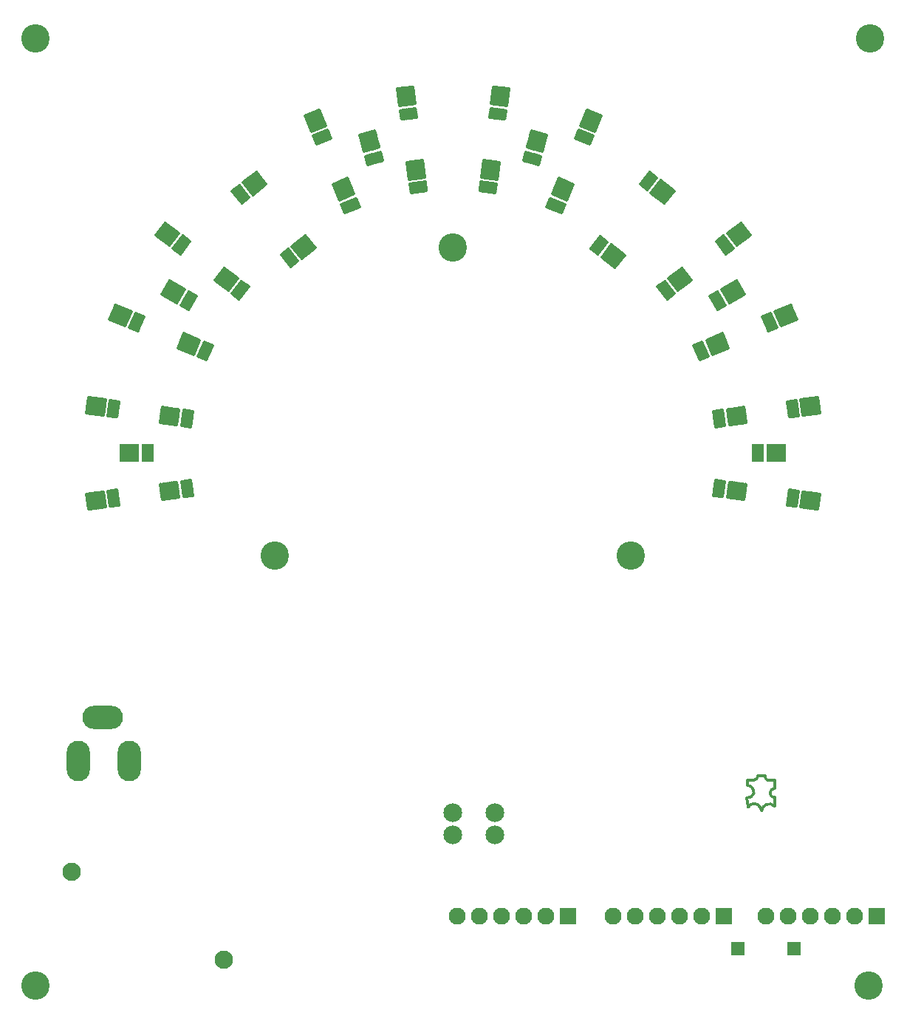
<source format=gbr>
*
*
G04 PADS VX.2.4 Build Number: 11695987 generated Gerber (RS-274-X) file*
G04 PC Version=2.1*
*
%IN "Hdd_Clock.pcb"*%
*
%MOIN*%
*
%FSLAX35Y35*%
*
*
*
*
G04 PC Standard Apertures*
*
*
G04 Thermal Relief Aperture macro.*
%AMTER*
1,1,$1,0,0*
1,0,$1-$2,0,0*
21,0,$3,$4,0,0,45*
21,0,$3,$4,0,0,135*
%
*
*
G04 Annular Aperture macro.*
%AMANN*
1,1,$1,0,0*
1,0,$2,0,0*
%
*
*
G04 Odd Aperture macro.*
%AMODD*
1,1,$1,0,0*
1,0,$1-0.005,0,0*
%
*
*
G04 PC Custom Aperture Macros*
*
*
*
*
*
*
G04 PC Aperture Table*
*
%ADD010C,0.001*%
%ADD017C,0.01*%
%ADD028C,0.01181*%
%ADD056R,0.06496X0.06102*%
%ADD057R,0.07677X0.07677*%
%ADD058C,0.07677*%
%ADD059C,0.08465*%
%ADD060O,0.10433X0.18307*%
%ADD061O,0.18307X0.10433*%
%ADD062C,0.08268*%
%ADD063R,0.08937X0.08268*%
%ADD064R,0.05315X0.08268*%
%ADD065C,0.12795*%
*
*
*
*
G04 PC Circuitry*
G04 Layer Name Hdd_Clock.pcb - circuitry*
%LPD*%
*
*
G04 PC Custom Flashes*
G04 Layer Name Hdd_Clock.pcb - flashes*
%LPD*%
*
*
G04 PC Circuitry*
G04 Layer Name Hdd_Clock.pcb - circuitry*
%LPD*%
*
G54D10*
G54D17*
G01X435973Y334868D02*
X428104Y333832D01*
X428104D02*
X429053Y326627D01*
X436922Y327663*
X435973Y334868*
X429004Y327000D02*
X431886D01*
X428872Y328000D02*
X436877D01*
X428740Y329000D02*
X436746D01*
X428609Y330000D02*
X436614D01*
X428477Y331000D02*
X436482D01*
X428345Y332000D02*
X436351D01*
X428214Y333000D02*
X436219D01*
X429376Y334000D02*
X436087D01*
X428701Y329300D02*
Y333911D01*
X429701Y326712D02*
Y334043D01*
X430701Y326844D02*
Y334174D01*
X431701Y326976D02*
Y334306D01*
X432701Y327107D02*
Y334438D01*
X433701Y327239D02*
Y334569D01*
X434701Y327371D02*
Y334701D01*
X435701Y327502D02*
Y334833D01*
X436701Y327634D02*
Y329342D01*
X437862Y335117D02*
X438811Y327912D01*
X443089Y328475*
X442140Y335680*
X437862Y335117*
X438799Y328000D02*
X439482D01*
X438668Y329000D02*
X443020D01*
X438536Y330000D02*
X442888D01*
X438404Y331000D02*
X442757D01*
X438273Y332000D02*
X442625D01*
X438141Y333000D02*
X442493D01*
X438009Y334000D02*
X442362D01*
X437878Y335000D02*
X442230D01*
X438701Y328749D02*
Y335228D01*
X439701Y328029D02*
Y335359D01*
X440701Y328160D02*
Y335491D01*
X441701Y328292D02*
Y335623D01*
X442701Y328424D02*
Y331424D01*
X496628Y431035D02*
X490331Y435867D01*
X485907Y430101*
X492204Y425269*
X496628Y431035*
X491252Y426000D02*
X492764D01*
X489949Y427000D02*
X493532D01*
X488645Y428000D02*
X494299D01*
X487342Y429000D02*
X495066D01*
X486039Y430000D02*
X495834D01*
X486597Y431000D02*
X496601D01*
X487364Y432000D02*
X495371D01*
X488131Y433000D02*
X494068D01*
X488899Y434000D02*
X492765D01*
X489666Y435000D02*
X491461D01*
X486701Y429492D02*
Y431136D01*
X487701Y428725D02*
Y432439D01*
X488701Y427957D02*
Y433742D01*
X489701Y427190D02*
Y435045D01*
X490701Y426423D02*
Y435584D01*
X491701Y425655D02*
Y434816D01*
X492701Y425917D02*
Y434049D01*
X493701Y427220D02*
Y433282D01*
X494701Y428523D02*
Y432514D01*
X495701Y429827D02*
Y431747D01*
X498140Y429875D02*
X493716Y424109D01*
X497139Y421483*
X501563Y427249*
X498140Y429875*
X496465Y422000D02*
X497536D01*
X495161Y423000D02*
X498303D01*
X493858Y424000D02*
X499071D01*
X494399Y425000D02*
X499838D01*
X495166Y426000D02*
X500605D01*
X495934Y427000D02*
X501373D01*
X496701Y428000D02*
X500584D01*
X497468Y429000D02*
X499281D01*
X494701Y423354D02*
Y425393D01*
X495701Y422586D02*
Y426697D01*
X496701Y421819D02*
Y428000D01*
X497701Y422215D02*
Y429303D01*
X498701Y423518D02*
Y429445D01*
X499701Y424821D02*
Y428678D01*
X500701Y426125D02*
Y427910D01*
X549167Y468979D02*
X546129Y476312D01*
X546129D02*
X539415Y473530D01*
X542452Y466197*
X549167Y468979*
X542120Y467000D02*
X544390D01*
X541706Y468000D02*
X546804D01*
X541292Y469000D02*
X549158D01*
X540877Y470000D02*
X548744D01*
X540463Y471000D02*
X548330D01*
X540049Y472000D02*
X547915D01*
X539635Y473000D02*
X547501D01*
X540549Y474000D02*
X547087D01*
X542963Y475000D02*
X546673D01*
X545377Y476000D02*
X546259D01*
X539701Y472840D02*
Y473649D01*
X540701Y470426D02*
Y474063D01*
X541701Y468012D02*
Y474477D01*
X542701Y466300D02*
Y474891D01*
X543701Y466715D02*
Y475305D01*
X544701Y467129D02*
Y475720D01*
X545701Y467543D02*
Y476134D01*
X546701Y467957D02*
Y474932D01*
X547701Y468371D02*
Y472518D01*
X548701Y468786D02*
Y470104D01*
X549896Y467218D02*
X543182Y464437D01*
X544833Y460450*
X551547Y463232*
X549896Y467218*
X544605Y461000D02*
X546160D01*
X544191Y462000D02*
X548574D01*
X543777Y463000D02*
X550988D01*
X543363Y464000D02*
X551229D01*
X544541Y465000D02*
X550815D01*
X546955Y466000D02*
X550401D01*
X549369Y467000D02*
X549986D01*
X543701Y463183D02*
Y464652D01*
X544701Y460769D02*
Y465066D01*
X545701Y460810D02*
Y465480D01*
X546701Y461224D02*
Y465895D01*
X547701Y461638D02*
Y466309D01*
X548701Y462053D02*
Y466723D01*
X549701Y462467D02*
Y467137D01*
X550701Y462881D02*
Y465275D01*
X580969Y476518D02*
X579933Y484387D01*
X572727Y483438*
X573763Y475569*
X580969Y476518*
X573707Y476000D02*
X577035D01*
X573575Y477000D02*
X580905D01*
X573443Y478000D02*
X580774D01*
X573312Y479000D02*
X580642D01*
X573180Y480000D02*
X580510D01*
X573048Y481000D02*
X580379D01*
X572917Y482000D02*
X580247D01*
X572785Y483000D02*
X580115D01*
X576993Y484000D02*
X579984D01*
X573701Y476044D02*
Y483567D01*
X574701Y475693D02*
Y483698D01*
X575701Y475824D02*
Y483830D01*
X576701Y475956D02*
Y483961D01*
X577701Y476088D02*
Y484093D01*
X578701Y476219D02*
Y484225D01*
X579701Y476351D02*
Y484356D01*
X580701Y476483D02*
Y478553D01*
X581217Y474629D02*
X574012Y473680D01*
X574575Y469402*
X581781Y470351*
X581217Y474629*
X574496Y470000D02*
X579118D01*
X574365Y471000D02*
X581695D01*
X574233Y472000D02*
X581564D01*
X574101Y473000D02*
X581432D01*
X576442Y474000D02*
X581300D01*
X574701Y469419D02*
Y473771D01*
X575701Y469550D02*
Y473902D01*
X576701Y469682D02*
Y474034D01*
X577701Y469813D02*
Y474166D01*
X578701Y469945D02*
Y474297D01*
X579701Y470077D02*
Y474429D01*
X580701Y470208D02*
Y474561D01*
X581701Y470340D02*
Y470958D01*
X536361Y499896D02*
X533323Y507229D01*
X526609Y504447*
X529646Y497115*
X536361Y499896*
X529279Y498000D02*
X531783D01*
X528865Y499000D02*
X534198D01*
X528451Y500000D02*
X536317D01*
X528037Y501000D02*
X535903D01*
X527622Y502000D02*
X535489D01*
X527208Y503000D02*
X535075D01*
X526794Y504000D02*
X534661D01*
X527943Y505000D02*
X534246D01*
X530357Y506000D02*
X533832D01*
X532771Y507000D02*
X533418D01*
X526701Y504225D02*
Y504486D01*
X527701Y501811D02*
Y504900D01*
X528701Y499397D02*
Y505314D01*
X529701Y497137D02*
Y505728D01*
X530701Y497552D02*
Y506142D01*
X531701Y497966D02*
Y506557D01*
X532701Y498380D02*
Y506971D01*
X533701Y498794D02*
Y506317D01*
X534701Y499208D02*
Y503903D01*
X535701Y499623D02*
Y501489D01*
X537090Y498135D02*
X530375Y495354D01*
X532027Y491368*
X532027D02*
X538741Y494149D01*
X537090Y498135*
X531765Y492000D02*
X533553D01*
X531350Y493000D02*
X535967D01*
X530936Y494000D02*
X538381D01*
X530522Y495000D02*
X538388D01*
X531934Y496000D02*
X537974D01*
X534349Y497000D02*
X537560D01*
X536763Y498000D02*
X537146D01*
X530701Y494568D02*
Y495489D01*
X531701Y492154D02*
Y495903D01*
X532701Y491647D02*
Y496317D01*
X533701Y492061D02*
Y496732D01*
X534701Y492475D02*
Y497146D01*
X535701Y492890D02*
Y497560D01*
X536701Y493304D02*
Y497974D01*
X537701Y493718D02*
Y496660D01*
X538701Y494132D02*
Y494246D01*
X576601Y509696D02*
X575565Y517565D01*
X568359Y516617*
X569395Y508747*
X576601Y509696*
X569362Y509000D02*
X571313D01*
X569230Y510000D02*
X576561D01*
X569099Y511000D02*
X576429D01*
X568967Y512000D02*
X576297D01*
X568835Y513000D02*
X576166D01*
X568704Y514000D02*
X576034D01*
X568572Y515000D02*
X575902D01*
X568440Y516000D02*
X575771D01*
X571271Y517000D02*
X575639D01*
X568701Y514022D02*
Y516662D01*
X569701Y508788D02*
Y516793D01*
X570701Y508919D02*
Y516925D01*
X571701Y509051D02*
Y517057D01*
X572701Y509183D02*
Y517188D01*
X573701Y509314D02*
Y517320D01*
X574701Y509446D02*
Y517451D01*
X575701Y509578D02*
Y516532D01*
X576849Y507807D02*
X569644Y506858D01*
X570207Y502580*
X577413Y503529*
X576849Y507807*
X570152Y503000D02*
X573396D01*
X570020Y504000D02*
X577351D01*
X569889Y505000D02*
X577219D01*
X569757Y506000D02*
X577087D01*
X570720Y507000D02*
X576956D01*
X569701Y506427D02*
Y506866D01*
X570701Y502645D02*
Y506997D01*
X571701Y502777D02*
Y507129D01*
X572701Y502909D02*
Y507261D01*
X573701Y503040D02*
Y507392D01*
X574701Y503172D02*
Y507524D01*
X575701Y503303D02*
Y507656D01*
X576701Y503435D02*
Y507787D01*
X560490Y489953D02*
X558436Y497619D01*
X551416Y495738*
X553470Y488072*
X560490Y489953*
X553221Y489000D02*
X556935D01*
X552953Y490000D02*
X560477D01*
X552685Y491000D02*
X560209D01*
X552417Y492000D02*
X559942D01*
X552149Y493000D02*
X559674D01*
X551882Y494000D02*
X559406D01*
X551614Y495000D02*
X559138D01*
X552393Y496000D02*
X558870D01*
X556125Y497000D02*
X558602D01*
X551701Y494674D02*
Y495814D01*
X552701Y490942D02*
Y496082D01*
X553701Y488133D02*
Y496350D01*
X554701Y488401D02*
Y496618D01*
X555701Y488669D02*
Y496886D01*
X556701Y488937D02*
Y497154D01*
X557701Y489205D02*
Y497422D01*
X558701Y489473D02*
Y496630D01*
X559701Y489741D02*
Y492898D01*
X560983Y488112D02*
X553963Y486231D01*
X555080Y482063*
X562100Y483944*
X560983Y488112*
X554829Y483000D02*
X558577D01*
X554561Y484000D02*
X562085D01*
X554293Y485000D02*
X561817D01*
X554025Y486000D02*
X561549D01*
X556833Y487000D02*
X561281D01*
X560565Y488000D02*
X561013D01*
X554701Y483478D02*
Y486429D01*
X555701Y482229D02*
Y486697D01*
X556701Y482497D02*
Y486965D01*
X557701Y482765D02*
Y487232D01*
X558701Y483033D02*
Y487500D01*
X559701Y483301D02*
Y487768D01*
X560701Y483569D02*
Y488036D01*
X561701Y483837D02*
Y485434D01*
X613638Y475569D02*
X614674Y483438D01*
X607469Y484387*
X606433Y476518*
X613638Y475569*
X610366Y476000D02*
X613695D01*
X606496Y477000D02*
X613827D01*
X606628Y478000D02*
X613958D01*
X606760Y479000D02*
X614090D01*
X606891Y480000D02*
X614222D01*
X607023Y481000D02*
X614353D01*
X607155Y482000D02*
X614485D01*
X607286Y483000D02*
X614617D01*
X607418Y484000D02*
X610408D01*
X606701Y476483D02*
Y478553D01*
X607701Y476351D02*
Y484356D01*
X608701Y476219D02*
Y484225D01*
X609701Y476088D02*
Y484093D01*
X610701Y475956D02*
Y483961D01*
X611701Y475824D02*
Y483830D01*
X612701Y475693D02*
Y483698D01*
X613701Y476043D02*
Y483567D01*
X613390Y473680D02*
X606184Y474629D01*
X605621Y470351*
X612826Y469402*
X613390Y473680*
X608284Y470000D02*
X612905D01*
X605706Y471000D02*
X613037D01*
X605838Y472000D02*
X613168D01*
X605970Y473000D02*
X613300D01*
X606101Y474000D02*
X610959D01*
X605701Y470340D02*
Y470958D01*
X606701Y470208D02*
Y474561D01*
X607701Y470077D02*
Y474429D01*
X608701Y469945D02*
Y474297D01*
X609701Y469813D02*
Y474166D01*
X610701Y469682D02*
Y474034D01*
X611701Y469550D02*
Y473902D01*
X612701Y469419D02*
Y473771D01*
X644949Y466197D02*
X647987Y473530D01*
X641272Y476312*
X641272D02*
X638235Y468979D01*
X644949Y466197*
X643012Y467000D02*
X645282D01*
X640597Y468000D02*
X645696D01*
X638244Y469000D02*
X646110D01*
X638658Y470000D02*
X646524D01*
X639072Y471000D02*
X646938D01*
X639486Y472000D02*
X647353D01*
X639900Y473000D02*
X647767D01*
X640315Y474000D02*
X646853D01*
X640729Y475000D02*
X644438D01*
X641143Y476000D02*
X642024D01*
X638701Y468786D02*
Y470104D01*
X639701Y468371D02*
Y472518D01*
X640701Y467957D02*
Y474932D01*
X641701Y467543D02*
Y476134D01*
X642701Y467129D02*
Y475720D01*
X643701Y466715D02*
Y475305D01*
X644701Y466300D02*
Y474891D01*
X645701Y468012D02*
Y474477D01*
X646701Y470426D02*
Y474063D01*
X647701Y472840D02*
Y473649D01*
X644220Y464437D02*
X637506Y467218D01*
X635854Y463232*
X642569Y460450*
X644220Y464437*
X641242Y461000D02*
X642796D01*
X638828Y462000D02*
X643211D01*
X636414Y463000D02*
X643625D01*
X636172Y464000D02*
X644039D01*
X636587Y465000D02*
X642861D01*
X637001Y466000D02*
X640447D01*
X637415Y467000D02*
X638032D01*
X636701Y462881D02*
Y465275D01*
X637701Y462467D02*
Y467137D01*
X638701Y462053D02*
Y466723D01*
X639701Y461638D02*
Y466309D01*
X640701Y461224D02*
Y465895D01*
X641701Y460810D02*
Y465480D01*
X642701Y460769D02*
Y465066D01*
X643701Y463183D02*
Y464652D01*
X618006Y508747D02*
X619042Y516617D01*
X611837Y517565*
X610801Y509696*
X618006Y508747*
X616088Y509000D02*
X618040D01*
X610841Y510000D02*
X618171D01*
X610972Y511000D02*
X618303D01*
X611104Y512000D02*
X618435D01*
X611236Y513000D02*
X618566D01*
X611367Y514000D02*
X618698D01*
X611499Y515000D02*
X618830D01*
X611631Y516000D02*
X618961D01*
X611762Y517000D02*
X616130D01*
X611701Y509578D02*
Y516532D01*
X612701Y509446D02*
Y517451D01*
X613701Y509314D02*
Y517320D01*
X614701Y509183D02*
Y517188D01*
X615701Y509051D02*
Y517057D01*
X616701Y508919D02*
Y516925D01*
X617701Y508788D02*
Y516793D01*
X618701Y514022D02*
Y516662D01*
X617758Y506858D02*
X610552Y507807D01*
X609989Y503529*
X617194Y502580*
X617758Y506858*
X614006Y503000D02*
X617250D01*
X610051Y504000D02*
X617381D01*
X610183Y505000D02*
X617513D01*
X610314Y506000D02*
X617645D01*
X610446Y507000D02*
X616681D01*
X610701Y503435D02*
Y507787D01*
X611701Y503303D02*
Y507656D01*
X612701Y503172D02*
Y507524D01*
X613701Y503040D02*
Y507392D01*
X614701Y502909D02*
Y507261D01*
X615701Y502777D02*
Y507129D01*
X616701Y502645D02*
Y506997D01*
X617701Y506427D02*
Y506866D01*
X657756Y497115D02*
X660793Y504447D01*
X654078Y507229*
X651041Y499896*
X657756Y497115*
X655618Y498000D02*
X658122D01*
X653204Y499000D02*
X658536D01*
X651084Y500000D02*
X658951D01*
X651498Y501000D02*
X659365D01*
X651913Y502000D02*
X659779D01*
X652327Y503000D02*
X660193D01*
X652741Y504000D02*
X660608D01*
X653155Y505000D02*
X659459D01*
X653569Y506000D02*
X657045D01*
X653984Y507000D02*
X654631D01*
X651701Y499623D02*
Y501489D01*
X652701Y499208D02*
Y503903D01*
X653701Y498794D02*
Y506317D01*
X654701Y498380D02*
Y506971D01*
X655701Y497966D02*
Y506557D01*
X656701Y497552D02*
Y506142D01*
X657701Y497137D02*
Y505728D01*
X658701Y499397D02*
Y505314D01*
X659701Y501811D02*
Y504900D01*
X660701Y504225D02*
Y504486D01*
X657026Y495354D02*
X650312Y498135D01*
X648661Y494149*
X655375Y491368*
X657026Y495354*
X653848Y492000D02*
X655637D01*
X651434Y493000D02*
X656051D01*
X649020Y494000D02*
X656465D01*
X649013Y495000D02*
X656880D01*
X649427Y496000D02*
X655467D01*
X649842Y497000D02*
X653053D01*
X650256Y498000D02*
X650639D01*
X648701Y494132D02*
Y494246D01*
X649701Y493718D02*
Y496660D01*
X650701Y493304D02*
Y497974D01*
X651701Y492890D02*
Y497560D01*
X652701Y492475D02*
Y497146D01*
X653701Y492061D02*
Y496732D01*
X654701Y491647D02*
Y496317D01*
X655701Y492154D02*
Y495903D01*
X656701Y494568D02*
Y495489D01*
X436922Y376274D02*
X429053Y377310D01*
X428104Y370105*
X435973Y369069*
X436922Y376274*
X428898Y370000D02*
X436096D01*
X428222Y371000D02*
X436227D01*
X428354Y372000D02*
X436359D01*
X428485Y373000D02*
X436491D01*
X428617Y374000D02*
X436622D01*
X428749Y375000D02*
X436754D01*
X428880Y376000D02*
X436886D01*
X429012Y377000D02*
X431408D01*
X428701Y370026D02*
Y374637D01*
X429701Y369894D02*
Y377225D01*
X430701Y369763D02*
Y377093D01*
X431701Y369631D02*
Y376961D01*
X432701Y369499D02*
Y376830D01*
X433701Y369368D02*
Y376698D01*
X434701Y369236D02*
Y376566D01*
X435701Y369104D02*
Y376435D01*
X436701Y374595D02*
Y376303D01*
X438811Y376025D02*
X437862Y368820D01*
X442140Y368257*
X443089Y375462*
X438811Y376025*
X437886Y369000D02*
X442238D01*
X438018Y370000D02*
X442370D01*
X438149Y371000D02*
X442502D01*
X438281Y372000D02*
X442633D01*
X438413Y373000D02*
X442765D01*
X438544Y374000D02*
X442897D01*
X438676Y375000D02*
X443028D01*
X438808Y376000D02*
X439003D01*
X438701Y368709D02*
Y375188D01*
X439701Y368578D02*
Y375908D01*
X440701Y368446D02*
Y375777D01*
X441701Y368314D02*
Y375645D01*
X442701Y372513D02*
Y375513D01*
X633932Y488072D02*
X635986Y495738D01*
X628966Y497619*
X626911Y489953*
X633932Y488072*
X630467Y489000D02*
X634180D01*
X626924Y490000D02*
X634448D01*
X627192Y491000D02*
X634716D01*
X627460Y492000D02*
X634984D01*
X627728Y493000D02*
X635252D01*
X627996Y494000D02*
X635520D01*
X628264Y495000D02*
X635788D01*
X628532Y496000D02*
X635008D01*
X628800Y497000D02*
X631276D01*
X627701Y489741D02*
Y492898D01*
X628701Y489473D02*
Y496630D01*
X629701Y489205D02*
Y497422D01*
X630701Y488937D02*
Y497154D01*
X631701Y488669D02*
Y496886D01*
X632701Y488401D02*
Y496618D01*
X633701Y488133D02*
Y496350D01*
X634701Y490942D02*
Y496082D01*
X635701Y494674D02*
Y495814D01*
X633438Y486231D02*
X626418Y488112D01*
X625301Y483944*
X632322Y482063*
X633438Y486231*
X628825Y483000D02*
X632573D01*
X625316Y484000D02*
X632841D01*
X625584Y485000D02*
X633109D01*
X625852Y486000D02*
X633376D01*
X626120Y487000D02*
X630568D01*
X626388Y488000D02*
X626836D01*
X625701Y483837D02*
Y485434D01*
X626701Y483569D02*
Y488036D01*
X627701Y483301D02*
Y487768D01*
X628701Y483033D02*
Y487500D01*
X629701Y482765D02*
Y487232D01*
X630701Y482497D02*
Y486965D01*
X631701Y482229D02*
Y486697D01*
X632701Y483478D02*
Y486429D01*
X695198Y425269D02*
X701495Y430101D01*
X697070Y435867*
X690773Y431035*
X695198Y425269*
X694637Y426000D02*
X696150D01*
X693870Y427000D02*
X697453D01*
X693102Y428000D02*
X698756D01*
X692335Y429000D02*
X700059D01*
X691568Y430000D02*
X701363D01*
X690800Y431000D02*
X700805D01*
X692031Y432000D02*
X700038D01*
X693334Y433000D02*
X699270D01*
X694637Y434000D02*
X698503D01*
X695940Y435000D02*
X697736D01*
X691701Y429827D02*
Y431747D01*
X692701Y428523D02*
Y432514D01*
X693701Y427220D02*
Y433282D01*
X694701Y425917D02*
Y434049D01*
X695701Y425655D02*
Y434816D01*
X696701Y426423D02*
Y435584D01*
X697701Y427190D02*
Y435045D01*
X698701Y427957D02*
Y433742D01*
X699701Y428725D02*
Y432439D01*
X700701Y429492D02*
Y431136D01*
X693686Y424109D02*
X689262Y429875D01*
X685838Y427249*
X690263Y421483*
X693686Y424109*
X689866Y422000D02*
X690937D01*
X689098Y423000D02*
X692240D01*
X688331Y424000D02*
X693543D01*
X687564Y425000D02*
X693003D01*
X686796Y426000D02*
X692235D01*
X686029Y427000D02*
X691468D01*
X686818Y428000D02*
X690701D01*
X688121Y429000D02*
X689933D01*
X686701Y426125D02*
Y427910D01*
X687701Y424821D02*
Y428678D01*
X688701Y423518D02*
Y429445D01*
X689701Y422215D02*
Y429303D01*
X690701Y421819D02*
Y428000D01*
X691701Y422586D02*
Y426697D01*
X692701Y423354D02*
Y425393D01*
X710711Y396502D02*
X718044Y399540D01*
X715263Y406254*
X707930Y403217*
X710711Y396502*
X710505Y397000D02*
X711912D01*
X710091Y398000D02*
X714326D01*
X709676Y399000D02*
X716741D01*
X709262Y400000D02*
X717853D01*
X708848Y401000D02*
X717439D01*
X708434Y402000D02*
X717025D01*
X708020Y403000D02*
X716611D01*
X709820Y404000D02*
X716196D01*
X712234Y405000D02*
X715782D01*
X714649Y406000D02*
X715368D01*
X708701Y401355D02*
Y403536D01*
X709701Y398941D02*
Y403951D01*
X710701Y396527D02*
Y404365D01*
X711701Y396912D02*
Y404779D01*
X712701Y397327D02*
Y405193D01*
X713701Y397741D02*
Y405607D01*
X714701Y398155D02*
Y406022D01*
X715701Y398569D02*
Y405196D01*
X716701Y398984D02*
Y402782D01*
X717701Y399398D02*
Y400368D01*
X708950Y395773D02*
X706169Y402488D01*
X702183Y400836*
X704964Y394122*
X708950Y395773*
X704600Y395000D02*
X707084D01*
X704186Y396000D02*
X708857D01*
X703772Y397000D02*
X708442D01*
X703358Y398000D02*
X708028D01*
X702943Y399000D02*
X707614D01*
X702529Y400000D02*
X707200D01*
X702578Y401000D02*
X706785D01*
X704992Y402000D02*
X706371D01*
X702701Y399586D02*
Y401051D01*
X703701Y397172D02*
Y401465D01*
X704701Y394757D02*
Y401879D01*
X705701Y394427D02*
Y402294D01*
X706701Y394841D02*
Y401204D01*
X707701Y395256D02*
Y398790D01*
X708701Y395670D02*
Y396376D01*
X718388Y419760D02*
X725261Y423729D01*
X721627Y430023*
X714754Y426054*
X718388Y419760*
X718249Y420000D02*
X718803D01*
X717672Y421000D02*
X720535D01*
X717095Y422000D02*
X722267D01*
X716517Y423000D02*
X723999D01*
X715940Y424000D02*
X725105D01*
X715363Y425000D02*
X724527D01*
X714785Y426000D02*
X723950D01*
X716391Y427000D02*
X723373D01*
X718123Y428000D02*
X722795D01*
X719856Y429000D02*
X722218D01*
X721588Y430000D02*
X721641D01*
X715701Y424414D02*
Y426601D01*
X716701Y422682D02*
Y427179D01*
X717701Y420950D02*
Y427756D01*
X718701Y419941D02*
Y428333D01*
X719701Y420519D02*
Y428911D01*
X720701Y421096D02*
Y429488D01*
X721701Y421673D02*
Y429896D01*
X722701Y422251D02*
Y428164D01*
X723701Y422828D02*
Y426432D01*
X724701Y423405D02*
Y424700D01*
X716737Y418808D02*
X713104Y425102D01*
X709367Y422944*
X713001Y416650*
X716737Y418808*
X712799Y417000D02*
X713606D01*
X712221Y418000D02*
X715338D01*
X711644Y419000D02*
X716626D01*
X711067Y420000D02*
X716049D01*
X710489Y421000D02*
X715472D01*
X709912Y422000D02*
X714894D01*
X709463Y423000D02*
X714317D01*
X711195Y424000D02*
X713740D01*
X712927Y425000D02*
X713162D01*
X709701Y422366D02*
Y423137D01*
X710701Y420634D02*
Y423715D01*
X711701Y418901D02*
Y424292D01*
X712701Y417169D02*
Y424869D01*
X713701Y417055D02*
Y424067D01*
X714701Y417632D02*
Y422335D01*
X715701Y418209D02*
Y420603D01*
X716701Y418787D02*
Y418871D01*
X721747Y445641D02*
X728044Y450473D01*
X723619Y456239*
X717323Y451407*
X721747Y445641*
X721472Y446000D02*
X722214D01*
X720704Y447000D02*
X723517D01*
X719937Y448000D02*
X724821D01*
X719170Y449000D02*
X726124D01*
X718402Y450000D02*
X727427D01*
X717635Y451000D02*
X727639D01*
X718095Y452000D02*
X726872D01*
X719398Y453000D02*
X726105D01*
X720702Y454000D02*
X725337D01*
X722005Y455000D02*
X724570D01*
X723308Y456000D02*
X723803D01*
X717701Y450914D02*
Y451697D01*
X718701Y449611D02*
Y452465D01*
X719701Y448308D02*
Y453232D01*
X720701Y447005D02*
Y453999D01*
X721701Y445701D02*
Y454767D01*
X722701Y446373D02*
Y455534D01*
X723701Y447141D02*
Y456133D01*
X724701Y447908D02*
Y454830D01*
X725701Y448675D02*
Y453527D01*
X726701Y449443D02*
Y452223D01*
X727701Y450210D02*
Y450920D01*
X720235Y444481D02*
X715811Y450247D01*
X712388Y447620*
X716812Y441855*
X720235Y444481*
X716700Y442000D02*
X717001D01*
X715933Y443000D02*
X718305D01*
X715166Y444000D02*
X719608D01*
X714398Y445000D02*
X719837D01*
X713631Y446000D02*
X719070D01*
X712864Y447000D02*
X718303D01*
X712882Y448000D02*
X717535D01*
X714185Y449000D02*
X716768D01*
X715489Y450000D02*
X716001D01*
X712701Y447212D02*
Y447861D01*
X713701Y445909D02*
Y448628D01*
X714701Y444606D02*
Y449395D01*
X715701Y443303D02*
Y450163D01*
X716701Y441999D02*
Y449087D01*
X717701Y442537D02*
Y447784D01*
X718701Y443304D02*
Y446481D01*
X719701Y444071D02*
Y445178D01*
X741628Y409309D02*
X748961Y412346D01*
X746180Y419061*
X738847Y416023*
X741628Y409309*
X741342Y410000D02*
X743297D01*
X740928Y411000D02*
X745711D01*
X740513Y412000D02*
X748125D01*
X740099Y413000D02*
X748690D01*
X739685Y414000D02*
X748276D01*
X739271Y415000D02*
X747862D01*
X738857Y416000D02*
X747448D01*
X741205Y417000D02*
X747033D01*
X743619Y418000D02*
X746619D01*
X746033Y419000D02*
X746205D01*
X739701Y413962D02*
Y416377D01*
X740701Y411548D02*
Y416791D01*
X741701Y409339D02*
Y417205D01*
X742701Y409753D02*
Y417620D01*
X743701Y410167D02*
Y418034D01*
X744701Y410581D02*
Y418448D01*
X745701Y410996D02*
Y418862D01*
X746701Y411410D02*
Y417803D01*
X747701Y411824D02*
Y415389D01*
X748701Y412238D02*
Y412974D01*
X739868Y408580D02*
X737086Y415294D01*
X733100Y413643*
X735881Y406928*
X739868Y408580*
X735851Y407000D02*
X736054D01*
X735437Y408000D02*
X738468D01*
X735023Y409000D02*
X739694D01*
X734609Y410000D02*
X739279D01*
X734195Y411000D02*
X738865D01*
X733780Y412000D02*
X738451D01*
X733366Y413000D02*
X738037D01*
X733962Y414000D02*
X737622D01*
X736377Y415000D02*
X737208D01*
X733701Y412192D02*
Y413892D01*
X734701Y409778D02*
Y414306D01*
X735701Y407364D02*
Y414720D01*
X736701Y407268D02*
Y415134D01*
X737701Y407682D02*
Y413811D01*
X738701Y408096D02*
Y411397D01*
X739701Y408510D02*
Y408982D01*
X718250Y364701D02*
X726119Y365737D01*
X725171Y372942*
X717302Y371906*
X718250Y364701*
X718211Y365000D02*
X720525D01*
X718079Y366000D02*
X726085D01*
X717947Y367000D02*
X725953D01*
X717816Y368000D02*
X725821D01*
X717684Y369000D02*
X725690D01*
X717552Y370000D02*
X725558D01*
X717421Y371000D02*
X725426D01*
X718015Y372000D02*
X725295D01*
X717701Y368873D02*
Y371959D01*
X718701Y364760D02*
Y372090D01*
X719701Y364892D02*
Y372222D01*
X720701Y365023D02*
Y372354D01*
X721701Y365155D02*
Y372485D01*
X722701Y365286D02*
Y372617D01*
X723701Y365418D02*
Y372749D01*
X724701Y365550D02*
Y372880D01*
X725701Y365681D02*
Y368915D01*
X716361Y364452D02*
X715412Y371657D01*
X711134Y371094*
X712083Y363889*
X716361Y364452*
X712068Y364000D02*
X712929D01*
X711937Y365000D02*
X716289D01*
X711805Y366000D02*
X716157D01*
X711673Y367000D02*
X716025D01*
X711542Y368000D02*
X715894D01*
X711410Y369000D02*
X715762D01*
X711278Y370000D02*
X715631D01*
X711147Y371000D02*
X715499D01*
X711701Y366791D02*
Y371169D01*
X712701Y363970D02*
Y371300D01*
X713701Y364102D02*
Y371432D01*
X714701Y364233D02*
Y371564D01*
X715701Y364365D02*
Y369466D01*
X717302Y332031D02*
X725171Y330995D01*
X726119Y338200*
X718250Y339236*
X717302Y332031*
X725132Y331000D02*
X725171D01*
X717537Y332000D02*
X725303D01*
X717429Y333000D02*
X725435D01*
X717561Y334000D02*
X725566D01*
X717692Y335000D02*
X725698D01*
X717824Y336000D02*
X725830D01*
X717956Y337000D02*
X725961D01*
X718087Y338000D02*
X726093D01*
X718219Y339000D02*
X720046D01*
X717701Y331978D02*
Y335064D01*
X718701Y331847D02*
Y339177D01*
X719701Y331715D02*
Y339045D01*
X720701Y331583D02*
Y338914D01*
X721701Y331452D02*
Y338782D01*
X722701Y331320D02*
Y338651D01*
X723701Y331188D02*
Y338519D01*
X724701Y331057D02*
Y338387D01*
X725701Y335022D02*
Y338256D01*
X715412Y332280D02*
X716361Y339485D01*
X712083Y340048*
X711134Y332843*
X715412Y332280*
X711155Y333000D02*
X715507D01*
X711287Y334000D02*
X715639D01*
X711418Y335000D02*
X715770D01*
X711550Y336000D02*
X715902D01*
X711682Y337000D02*
X716034D01*
X711813Y338000D02*
X716165D01*
X711945Y339000D02*
X716297D01*
X712077Y340000D02*
X712451D01*
X711701Y332768D02*
Y337146D01*
X712701Y332637D02*
Y339967D01*
X713701Y332505D02*
Y339835D01*
X714701Y332373D02*
Y339704D01*
X715701Y334471D02*
Y339572D01*
X751428Y369069D02*
X759298Y370105D01*
X758349Y377310*
X750480Y376274*
X751428Y369069*
X751306Y370000D02*
X758504D01*
X751174Y371000D02*
X759180D01*
X751042Y372000D02*
X759048D01*
X750911Y373000D02*
X758916D01*
X750779Y374000D02*
X758785D01*
X750648Y375000D02*
X758653D01*
X750516Y376000D02*
X758521D01*
X755994Y377000D02*
X758390D01*
X750701Y374595D02*
Y376303D01*
X751701Y369104D02*
Y376435D01*
X752701Y369236D02*
Y376566D01*
X753701Y369368D02*
Y376698D01*
X754701Y369499D02*
Y376830D01*
X755701Y369631D02*
Y376961D01*
X756701Y369763D02*
Y377093D01*
X757701Y369894D02*
Y377225D01*
X758701Y370026D02*
Y374637D01*
X749539Y368820D02*
X748591Y376025D01*
X744313Y375462*
X745261Y368257*
X749539Y368820*
X745163Y369000D02*
X749515D01*
X745032Y370000D02*
X749384D01*
X744900Y371000D02*
X749252D01*
X744768Y372000D02*
X749121D01*
X744637Y373000D02*
X748989D01*
X744505Y374000D02*
X748857D01*
X744373Y375000D02*
X748726D01*
X748398Y376000D02*
X748594D01*
X744701Y372513D02*
Y375513D01*
X745701Y368314D02*
Y375645D01*
X746701Y368446D02*
Y375777D01*
X747701Y368578D02*
Y375908D01*
X748701Y368709D02*
Y375188D01*
X469151Y339236D02*
X461282Y338200D01*
X461282D02*
X462231Y330995D01*
X470100Y332031*
X469151Y339236*
X462230Y331000D02*
X462269D01*
X462099Y332000D02*
X469865D01*
X461967Y333000D02*
X469972D01*
X461835Y334000D02*
X469841D01*
X461704Y335000D02*
X469709D01*
X461572Y336000D02*
X469578D01*
X461440Y337000D02*
X469446D01*
X461309Y338000D02*
X469314D01*
X467355Y339000D02*
X469183D01*
X461701Y335022D02*
Y338256D01*
X462701Y331057D02*
Y338387D01*
X463701Y331188D02*
Y338519D01*
X464701Y331320D02*
Y338651D01*
X465701Y331452D02*
Y338782D01*
X466701Y331583D02*
Y338914D01*
X467701Y331715D02*
Y339046D01*
X468701Y331847D02*
Y339177D01*
X469701Y331978D02*
Y335064D01*
X471041Y339485D02*
X471989Y332280D01*
X476267Y332843*
X475319Y340048*
X471041Y339485*
X471894Y333000D02*
X476247D01*
X471763Y334000D02*
X476115D01*
X471631Y335000D02*
X475983D01*
X471499Y336000D02*
X475852D01*
X471368Y337000D02*
X475720D01*
X471236Y338000D02*
X475588D01*
X471105Y339000D02*
X475457D01*
X474951Y340000D02*
X475325D01*
X471701Y334471D02*
Y339572D01*
X472701Y332373D02*
Y339704D01*
X473701Y332505D02*
Y339835D01*
X474701Y332637D02*
Y339967D01*
X475701Y332768D02*
Y337146D01*
X750480Y327663D02*
X758349Y326627D01*
X759298Y333832*
X759298D02*
X751428Y334868D01*
X750480Y327663*
X755515Y327000D02*
X758398D01*
X750524Y328000D02*
X758530D01*
X750656Y329000D02*
X758661D01*
X750787Y330000D02*
X758793D01*
X750919Y331000D02*
X758925D01*
X751051Y332000D02*
X759056D01*
X751182Y333000D02*
X759188D01*
X751314Y334000D02*
X758025D01*
X750701Y327634D02*
Y329342D01*
X751701Y327502D02*
Y334833D01*
X752701Y327371D02*
Y334701D01*
X753701Y327239D02*
Y334569D01*
X754701Y327107D02*
Y334438D01*
X755701Y326976D02*
Y334306D01*
X756701Y326844D02*
Y334174D01*
X757701Y326712D02*
Y334043D01*
X758701Y329300D02*
Y333911D01*
X748591Y327912D02*
X749539Y335117D01*
X745261Y335680*
X744313Y328475*
X748591Y327912*
X747920Y328000D02*
X748602D01*
X744382Y329000D02*
X748734D01*
X744513Y330000D02*
X748866D01*
X744645Y331000D02*
X748997D01*
X744777Y332000D02*
X749129D01*
X744908Y333000D02*
X749260D01*
X745040Y334000D02*
X749392D01*
X745172Y335000D02*
X749524D01*
X744701Y328424D02*
Y331424D01*
X745701Y328292D02*
Y335623D01*
X746701Y328160D02*
Y335491D01*
X747701Y328029D02*
Y335359D01*
X748701Y328749D02*
Y335228D01*
X525264Y439779D02*
X531561Y444611D01*
X527137Y450377*
X520840Y445545*
X525264Y439779*
X525095Y440000D02*
X525551D01*
X524328Y441000D02*
X526855D01*
X523560Y442000D02*
X528158D01*
X522793Y443000D02*
X529461D01*
X522026Y444000D02*
X530764D01*
X521258Y445000D02*
X531263D01*
X521432Y446000D02*
X530495D01*
X522735Y447000D02*
X529728D01*
X524039Y448000D02*
X528961D01*
X525342Y449000D02*
X528193D01*
X526645Y450000D02*
X527426D01*
X521701Y444423D02*
Y446206D01*
X522701Y443120D02*
Y446973D01*
X523701Y441817D02*
Y447741D01*
X524701Y440514D02*
Y448508D01*
X525701Y440115D02*
Y449275D01*
X526701Y440882D02*
Y450043D01*
X527701Y441649D02*
Y449642D01*
X528701Y442417D02*
Y448339D01*
X529701Y443184D02*
Y447035D01*
X530701Y443951D02*
Y445732D01*
X523752Y438619D02*
X519328Y444385D01*
X515905Y441759*
X520329Y435993*
X523752Y438619*
X520323Y436000D02*
X520339D01*
X519556Y437000D02*
X521642D01*
X518789Y438000D02*
X522945D01*
X518021Y439000D02*
X523460D01*
X517254Y440000D02*
X522693D01*
X516487Y441000D02*
X521926D01*
X516219Y442000D02*
X521158D01*
X517523Y443000D02*
X520391D01*
X518826Y444000D02*
X519624D01*
X516701Y440721D02*
Y442369D01*
X517701Y439418D02*
Y443137D01*
X518701Y438115D02*
Y443904D01*
X519701Y436811D02*
Y443900D01*
X520701Y436278D02*
Y442596D01*
X521701Y437045D02*
Y441293D01*
X522701Y437813D02*
Y439990D01*
X523701Y438580D02*
Y438687D01*
X503214Y468515D02*
X509511Y473347D01*
X505087Y479113*
X498790Y474281*
X503214Y468515*
X502842Y469000D02*
X503846D01*
X502075Y470000D02*
X505150D01*
X501308Y471000D02*
X506453D01*
X500540Y472000D02*
X507756D01*
X499773Y473000D02*
X509059D01*
X499006Y474000D02*
X509010D01*
X499727Y475000D02*
X508243D01*
X501030Y476000D02*
X507475D01*
X502334Y477000D02*
X506708D01*
X503637Y478000D02*
X505941D01*
X504940Y479000D02*
X505173D01*
X499701Y473094D02*
Y474980D01*
X500701Y471791D02*
Y475747D01*
X501701Y470488D02*
Y476514D01*
X502701Y469184D02*
Y477282D01*
X503701Y468888D02*
Y478049D01*
X504701Y469656D02*
Y478816D01*
X505701Y470423D02*
Y478313D01*
X506701Y471190D02*
Y477010D01*
X507701Y471958D02*
Y475706D01*
X508701Y472725D02*
Y474403D01*
X501703Y467355D02*
X497278Y473121D01*
X493855Y470494*
X498279Y464728*
X501703Y467355*
X498071Y465000D02*
X498633D01*
X497304Y466000D02*
X499937D01*
X496536Y467000D02*
X501240D01*
X495769Y468000D02*
X501208D01*
X495002Y469000D02*
X500441D01*
X494234Y470000D02*
X499673D01*
X494514Y471000D02*
X498906D01*
X495817Y472000D02*
X498139D01*
X497121Y473000D02*
X497371D01*
X494701Y469392D02*
Y471143D01*
X495701Y468089D02*
Y471910D01*
X496701Y466786D02*
Y472678D01*
X497701Y465482D02*
Y472570D01*
X498701Y465052D02*
Y471267D01*
X499701Y465819D02*
Y469964D01*
X500701Y466586D02*
Y468661D01*
X501701Y467354D02*
Y467358D01*
X660567Y440488D02*
X666864Y435656D01*
X671288Y441422*
X664992Y446254*
X660567Y440488*
X666416Y436000D02*
X667128D01*
X665113Y437000D02*
X667895D01*
X663810Y438000D02*
X668662D01*
X662507Y439000D02*
X669430D01*
X661203Y440000D02*
X670197D01*
X660960Y441000D02*
X670964D01*
X661727Y442000D02*
X670535D01*
X662495Y443000D02*
X669232D01*
X663262Y444000D02*
X667929D01*
X664029Y445000D02*
X666626D01*
X664797Y446000D02*
X665323D01*
X660701Y440386D02*
Y440662D01*
X661701Y439618D02*
Y441965D01*
X662701Y438851D02*
Y443269D01*
X663701Y438084D02*
Y444572D01*
X664701Y437316D02*
Y445875D01*
X665701Y436549D02*
Y445710D01*
X666701Y435782D02*
Y444942D01*
X667701Y436747D02*
Y444175D01*
X668701Y438050D02*
Y443408D01*
X669701Y439353D02*
Y442640D01*
X670701Y440656D02*
Y441873D01*
X659056Y441648D02*
X663480Y447414D01*
X660057Y450041*
X655632Y444275*
X659056Y441648*
X658597Y442000D02*
X659326D01*
X657294Y443000D02*
X660093D01*
X655990Y444000D02*
X660860D01*
X656189Y445000D02*
X661628D01*
X656956Y446000D02*
X662395D01*
X657723Y447000D02*
X663162D01*
X658491Y448000D02*
X662716D01*
X659258Y449000D02*
X661413D01*
X660025Y450000D02*
X660110D01*
X655701Y444222D02*
Y444364D01*
X656701Y443455D02*
Y445667D01*
X657701Y442688D02*
Y446971D01*
X658701Y441920D02*
Y448274D01*
X659701Y442489D02*
Y449577D01*
X660701Y443792D02*
Y449546D01*
X661701Y445095D02*
Y448779D01*
X662701Y446399D02*
Y448012D01*
X682857Y469536D02*
X689153Y464704D01*
X693578Y470470*
X687281Y475302*
X682857Y469536*
X688768Y465000D02*
X689380D01*
X687465Y466000D02*
X690148D01*
X686162Y467000D02*
X690915D01*
X684858Y468000D02*
X691682D01*
X683555Y469000D02*
X692450D01*
X683213Y470000D02*
X693217D01*
X683980Y471000D02*
X692887D01*
X684747Y472000D02*
X691584D01*
X685515Y473000D02*
X690281D01*
X686282Y474000D02*
X688978D01*
X687049Y475000D02*
X687674D01*
X683701Y468888D02*
Y470636D01*
X684701Y468121D02*
Y471940D01*
X685701Y467354D02*
Y473243D01*
X686701Y466586D02*
Y474546D01*
X687701Y465819D02*
Y474980D01*
X688701Y465052D02*
Y474212D01*
X689701Y465418D02*
Y473445D01*
X690701Y466721D02*
Y472678D01*
X691701Y468024D02*
Y471910D01*
X692701Y469327D02*
Y471143D01*
X681345Y470696D02*
X685769Y476462D01*
X682346Y479089*
X677922Y473323*
X681345Y470696*
X680949Y471000D02*
X681578D01*
X679646Y472000D02*
X682345D01*
X678342Y473000D02*
X683113D01*
X678441Y474000D02*
X683880D01*
X679208Y475000D02*
X684647D01*
X679976Y476000D02*
X685415D01*
X680743Y477000D02*
X685068D01*
X681510Y478000D02*
X683765D01*
X682278Y479000D02*
X682461D01*
X678701Y472725D02*
Y474338D01*
X679701Y471958D02*
Y475642D01*
X680701Y471190D02*
Y476945D01*
X681701Y471160D02*
Y478248D01*
X682701Y472463D02*
Y478816D01*
X683701Y473766D02*
Y478049D01*
X684701Y475070D02*
Y477282D01*
X685701Y476373D02*
Y476514D01*
X470100Y371906D02*
X462231Y372942D01*
X461282Y365737*
X469151Y364701*
X470100Y371906*
X466877Y365000D02*
X469191D01*
X461317Y366000D02*
X469323D01*
X461449Y367000D02*
X469454D01*
X461580Y368000D02*
X469586D01*
X461712Y369000D02*
X469717D01*
X461844Y370000D02*
X469849D01*
X461975Y371000D02*
X469981D01*
X462107Y372000D02*
X469387D01*
X461701Y365681D02*
Y368915D01*
X462701Y365550D02*
Y372880D01*
X463701Y365418D02*
Y372749D01*
X464701Y365286D02*
Y372617D01*
X465701Y365155D02*
Y372485D01*
X466701Y365023D02*
Y372354D01*
X467701Y364892D02*
Y372222D01*
X468701Y364760D02*
Y372090D01*
X469701Y368873D02*
Y371959D01*
X471989Y371657D02*
X471041Y364452D01*
X475319Y363889*
X476267Y371094*
X471989Y371657*
X474472Y364000D02*
X475333D01*
X471113Y365000D02*
X475465D01*
X471244Y366000D02*
X475597D01*
X471376Y367000D02*
X475728D01*
X471508Y368000D02*
X475860D01*
X471639Y369000D02*
X475992D01*
X471771Y370000D02*
X476123D01*
X471903Y371000D02*
X476255D01*
X471701Y364365D02*
Y369466D01*
X472701Y364233D02*
Y371564D01*
X473701Y364102D02*
Y371432D01*
X474701Y363970D02*
Y371300D01*
X475701Y366791D02*
Y371169D01*
X448555Y416023D02*
X441222Y419061D01*
X438441Y412346*
X445773Y409309*
X448555Y416023*
X444105Y410000D02*
X446060D01*
X441690Y411000D02*
X446474D01*
X439276Y412000D02*
X446888D01*
X438711Y413000D02*
X447302D01*
X439126Y414000D02*
X447717D01*
X439540Y415000D02*
X448131D01*
X439954Y416000D02*
X448545D01*
X440368Y417000D02*
X446197D01*
X440782Y418000D02*
X443782D01*
X441197Y419000D02*
X441368D01*
X438701Y412238D02*
Y412974D01*
X439701Y411824D02*
Y415389D01*
X440701Y411410D02*
Y417803D01*
X441701Y410996D02*
Y418862D01*
X442701Y410581D02*
Y418448D01*
X443701Y410167D02*
Y418034D01*
X444701Y409753D02*
Y417620D01*
X445701Y409339D02*
Y417205D01*
X446701Y411548D02*
Y416791D01*
X447701Y413962D02*
Y416377D01*
X450315Y415294D02*
X447534Y408580D01*
X451520Y406928*
X454302Y413643*
X450315Y415294*
X451347Y407000D02*
X451550D01*
X448933Y408000D02*
X451964D01*
X447708Y409000D02*
X452379D01*
X448122Y410000D02*
X452793D01*
X448536Y411000D02*
X453207D01*
X448951Y412000D02*
X453621D01*
X449365Y413000D02*
X454035D01*
X449779Y414000D02*
X453439D01*
X450193Y415000D02*
X451025D01*
X447701Y408510D02*
Y408983D01*
X448701Y408096D02*
Y411397D01*
X449701Y407682D02*
Y413811D01*
X450701Y407268D02*
Y415134D01*
X451701Y407364D02*
Y414720D01*
X452701Y409778D02*
Y414306D01*
X453701Y412192D02*
Y413892D01*
X470079Y451407D02*
X463782Y456239D01*
X459358Y450473*
X465655Y445641*
X470079Y451407*
X465187Y446000D02*
X465930D01*
X463884Y447000D02*
X466697D01*
X462581Y448000D02*
X467465D01*
X461278Y449000D02*
X468232D01*
X459974Y450000D02*
X468999D01*
X459762Y451000D02*
X469767D01*
X460529Y452000D02*
X469306D01*
X461297Y453000D02*
X468003D01*
X462064Y454000D02*
X466700D01*
X462831Y455000D02*
X465397D01*
X463599Y456000D02*
X464094D01*
X459701Y450210D02*
Y450920D01*
X460701Y449443D02*
Y452223D01*
X461701Y448675D02*
Y453527D01*
X462701Y447908D02*
Y454830D01*
X463701Y447141D02*
Y456133D01*
X464701Y446373D02*
Y455534D01*
X465701Y445701D02*
Y454767D01*
X466701Y447005D02*
Y453999D01*
X467701Y448308D02*
Y453232D01*
X468701Y449611D02*
Y452465D01*
X469701Y450914D02*
Y451697D01*
X471591Y450247D02*
X467166Y444481D01*
X470590Y441855*
X475014Y447620*
X471591Y450247*
X470400Y442000D02*
X470701D01*
X469097Y443000D02*
X471469D01*
X467794Y444000D02*
X472236D01*
X467564Y445000D02*
X473003D01*
X468332Y446000D02*
X473771D01*
X469099Y447000D02*
X474538D01*
X469866Y448000D02*
X474519D01*
X470634Y449000D02*
X473216D01*
X471401Y450000D02*
X471913D01*
X467701Y444071D02*
Y445178D01*
X468701Y443304D02*
Y446481D01*
X469701Y442537D02*
Y447784D01*
X470701Y441999D02*
Y449087D01*
X471701Y443303D02*
Y450163D01*
X472701Y444606D02*
Y449395D01*
X473701Y445909D02*
Y448628D01*
X474701Y447212D02*
Y447861D01*
X472648Y426054D02*
X465774Y430023D01*
X462140Y423729*
X469014Y419760*
X472648Y426054*
X468599Y420000D02*
X469152D01*
X466867Y421000D02*
X469730D01*
X465135Y422000D02*
X470307D01*
X463403Y423000D02*
X470884D01*
X462297Y424000D02*
X471462D01*
X462874Y425000D02*
X472039D01*
X463451Y426000D02*
X472616D01*
X464029Y427000D02*
X471010D01*
X464606Y428000D02*
X469278D01*
X465184Y429000D02*
X467546D01*
X465761Y430000D02*
X465814D01*
X462701Y423405D02*
Y424700D01*
X463701Y422828D02*
Y426432D01*
X464701Y422251D02*
Y428164D01*
X465701Y421673D02*
Y429896D01*
X466701Y421096D02*
Y429488D01*
X467701Y420519D02*
Y428911D01*
X468701Y419941D02*
Y428333D01*
X469701Y420950D02*
Y427756D01*
X470701Y422682D02*
Y427179D01*
X471701Y424414D02*
Y426601D01*
X474298Y425102D02*
X470664Y418808D01*
X474401Y416650*
X478035Y422944*
X474298Y425102*
X473795Y417000D02*
X474603D01*
X472063Y418000D02*
X475180D01*
X470775Y419000D02*
X475758D01*
X471353Y420000D02*
X476335D01*
X471930Y421000D02*
X476912D01*
X472507Y422000D02*
X477490D01*
X473085Y423000D02*
X477938D01*
X473662Y424000D02*
X476206D01*
X474239Y425000D02*
X474474D01*
X470701Y418787D02*
Y418871D01*
X471701Y418209D02*
Y420603D01*
X472701Y417632D02*
Y422335D01*
X473701Y417055D02*
Y424067D01*
X474701Y417169D02*
Y424869D01*
X475701Y418901D02*
Y424292D01*
X476701Y420634D02*
Y423715D01*
X477701Y422366D02*
Y423137D01*
X479472Y403217D02*
X472139Y406254D01*
X469358Y399540*
X476691Y396502*
X479472Y403217*
X475489Y397000D02*
X476897D01*
X473075Y398000D02*
X477311D01*
X470661Y399000D02*
X477725D01*
X469548Y400000D02*
X478139D01*
X469963Y401000D02*
X478554D01*
X470377Y402000D02*
X478968D01*
X470791Y403000D02*
X479382D01*
X471205Y404000D02*
X477581D01*
X471619Y405000D02*
X475167D01*
X472034Y406000D02*
X472753D01*
X469701Y399398D02*
Y400368D01*
X470701Y398984D02*
Y402782D01*
X471701Y398569D02*
Y405196D01*
X472701Y398155D02*
Y406022D01*
X473701Y397741D02*
Y405607D01*
X474701Y397327D02*
Y405193D01*
X475701Y396912D02*
Y404779D01*
X476701Y396527D02*
Y404365D01*
X477701Y398941D02*
Y403951D01*
X478701Y401355D02*
Y403536D01*
X481232Y402488D02*
X478451Y395773D01*
X482438Y394122*
X485219Y400836*
X481232Y402488*
X480318Y395000D02*
X482801D01*
X478545Y396000D02*
X483216D01*
X478959Y397000D02*
X483630D01*
X479373Y398000D02*
X484044D01*
X479788Y399000D02*
X484458D01*
X480202Y400000D02*
X484872D01*
X480616Y401000D02*
X484824D01*
X481030Y402000D02*
X482410D01*
X478701Y395670D02*
Y396376D01*
X479701Y395256D02*
Y398790D01*
X480701Y394841D02*
Y401204D01*
X481701Y394427D02*
Y402294D01*
X482701Y394757D02*
Y401879D01*
X483701Y397172D02*
Y401465D01*
X484701Y399586D02*
Y401051D01*
G54D28*
X738976Y200689D02*
Y204472D01*
X735747*
X734563Y206444D02*
G75*
G03X735747Y204472I1691J-326D01*
G01X734563Y206444D02*
X731476D01*
X729721Y204472D02*
G03X731476Y206445I-330J2061D01*
G01X729721Y204472D02*
X726701D01*
X726649Y202165*
X729565Y198540D02*
G03X726651Y202165I-3214J401D01*
G01X726476Y196461D02*
G03X729564Y198540I443J2675D01*
G01X726476Y196461D02*
X727003Y192257D01*
X731442Y193286D02*
G03X727003Y192257I-1732J-2617D01*
G01X733116Y190504D02*
G03X731442Y193286I-3997J-512D01*
G01X738976Y192642D02*
G03X733117Y190498I-2470J-2327D01*
G01X738976Y192641D02*
Y196594D01*
Y200689D02*
G03Y196594I-43J-2048D01*
G54D56*
G01X722244Y128346D03*
X747835D03*
G54D57*
X645669Y142913D03*
X785039D03*
X716142D03*
G54D58*
X635669D03*
X625669D03*
X615669D03*
X605669D03*
X595669D03*
X775039D03*
X765039D03*
X755039D03*
X745039D03*
X735039D03*
X706142D03*
X696142D03*
X686142D03*
X676142D03*
X666142D03*
G54D59*
X612598Y179646D03*
Y189646D03*
X593701Y179646D03*
Y189646D03*
G54D60*
X447638Y212992D03*
X424803D03*
G54D61*
X435827Y232677D03*
G54D62*
X421834Y163051D03*
X490366Y123484D03*
G54D63*
X739547Y351969D03*
X447854D03*
G54D64*
X731516D03*
X455886D03*
G54D65*
X593701Y444594D03*
X513484Y305656D03*
X673917D03*
X405512Y111811D03*
X781496D03*
X781890Y538976D03*
X405512D03*
G74*
X0Y0D02*
M02*

</source>
